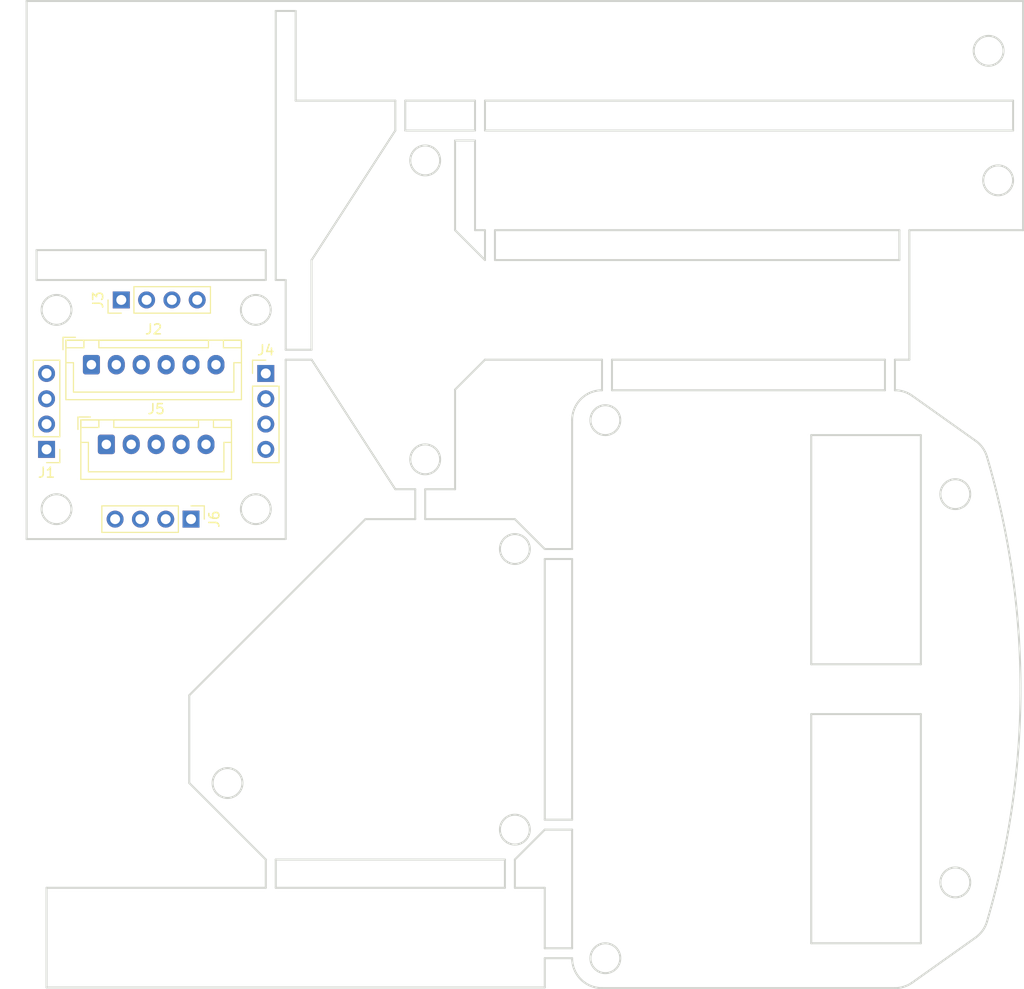
<source format=kicad_pcb>
(kicad_pcb (version 20171130) (host pcbnew "(5.1.10)-1")

  (general
    (thickness 1.6)
    (drawings 118)
    (tracks 0)
    (zones 0)
    (modules 6)
    (nets 11)
  )

  (page A4)
  (layers
    (0 F.Cu signal)
    (31 B.Cu signal)
    (32 B.Adhes user)
    (33 F.Adhes user)
    (34 B.Paste user)
    (35 F.Paste user)
    (36 B.SilkS user)
    (37 F.SilkS user)
    (38 B.Mask user)
    (39 F.Mask user)
    (40 Dwgs.User user)
    (41 Cmts.User user)
    (42 Eco1.User user)
    (43 Eco2.User user)
    (44 Edge.Cuts user)
    (45 Margin user)
    (46 B.CrtYd user)
    (47 F.CrtYd user)
    (48 B.Fab user)
    (49 F.Fab user)
  )

  (setup
    (last_trace_width 0.25)
    (trace_clearance 0.2)
    (zone_clearance 0.508)
    (zone_45_only no)
    (trace_min 0.2)
    (via_size 0.8)
    (via_drill 0.4)
    (via_min_size 0.4)
    (via_min_drill 0.3)
    (uvia_size 0.3)
    (uvia_drill 0.1)
    (uvias_allowed no)
    (uvia_min_size 0.2)
    (uvia_min_drill 0.1)
    (edge_width 0.05)
    (segment_width 0.2)
    (pcb_text_width 0.3)
    (pcb_text_size 1.5 1.5)
    (mod_edge_width 0.12)
    (mod_text_size 1 1)
    (mod_text_width 0.15)
    (pad_size 1.524 1.524)
    (pad_drill 0.762)
    (pad_to_mask_clearance 0)
    (aux_axis_origin 0 0)
    (grid_origin 50 74)
    (visible_elements FFFFFF7F)
    (pcbplotparams
      (layerselection 0x010fc_ffffffff)
      (usegerberextensions false)
      (usegerberattributes true)
      (usegerberadvancedattributes true)
      (creategerberjobfile true)
      (excludeedgelayer true)
      (linewidth 0.100000)
      (plotframeref false)
      (viasonmask false)
      (mode 1)
      (useauxorigin false)
      (hpglpennumber 1)
      (hpglpenspeed 20)
      (hpglpendiameter 15.000000)
      (psnegative false)
      (psa4output false)
      (plotreference true)
      (plotvalue true)
      (plotinvisibletext false)
      (padsonsilk false)
      (subtractmaskfromsilk false)
      (outputformat 1)
      (mirror false)
      (drillshape 1)
      (scaleselection 1)
      (outputdirectory ""))
  )

  (net 0 "")
  (net 1 "Net-(J1-Pad4)")
  (net 2 "Net-(J1-Pad3)")
  (net 3 "Net-(J1-Pad2)")
  (net 4 "Net-(J1-Pad1)")
  (net 5 "Net-(J2-Pad6)")
  (net 6 "Net-(J2-Pad5)")
  (net 7 "Net-(J2-Pad4)")
  (net 8 "Net-(J3-Pad1)")
  (net 9 "Net-(J4-Pad1)")
  (net 10 "Net-(J5-Pad4)")

  (net_class Default "This is the default net class."
    (clearance 0.2)
    (trace_width 0.25)
    (via_dia 0.8)
    (via_drill 0.4)
    (uvia_dia 0.3)
    (uvia_drill 0.1)
    (add_net "Net-(J1-Pad1)")
    (add_net "Net-(J1-Pad2)")
    (add_net "Net-(J1-Pad3)")
    (add_net "Net-(J1-Pad4)")
    (add_net "Net-(J2-Pad4)")
    (add_net "Net-(J2-Pad5)")
    (add_net "Net-(J2-Pad6)")
    (add_net "Net-(J3-Pad1)")
    (add_net "Net-(J4-Pad1)")
    (add_net "Net-(J5-Pad4)")
  )

  (module Connector_PinHeader_2.54mm:PinHeader_1x04_P2.54mm_Vertical (layer F.Cu) (tedit 59FED5CC) (tstamp 618F4DC5)
    (at 40.5 72 270)
    (descr "Through hole straight pin header, 1x04, 2.54mm pitch, single row")
    (tags "Through hole pin header THT 1x04 2.54mm single row")
    (path /618EE64F)
    (fp_text reference J6 (at 0 -2.33 90) (layer F.SilkS)
      (effects (font (size 1 1) (thickness 0.15)))
    )
    (fp_text value Conn_01x04 (at 0 9.95 90) (layer F.Fab)
      (effects (font (size 1 1) (thickness 0.15)))
    )
    (fp_text user %R (at 0 3.81) (layer F.Fab)
      (effects (font (size 1 1) (thickness 0.15)))
    )
    (fp_line (start -0.635 -1.27) (end 1.27 -1.27) (layer F.Fab) (width 0.1))
    (fp_line (start 1.27 -1.27) (end 1.27 8.89) (layer F.Fab) (width 0.1))
    (fp_line (start 1.27 8.89) (end -1.27 8.89) (layer F.Fab) (width 0.1))
    (fp_line (start -1.27 8.89) (end -1.27 -0.635) (layer F.Fab) (width 0.1))
    (fp_line (start -1.27 -0.635) (end -0.635 -1.27) (layer F.Fab) (width 0.1))
    (fp_line (start -1.33 8.95) (end 1.33 8.95) (layer F.SilkS) (width 0.12))
    (fp_line (start -1.33 1.27) (end -1.33 8.95) (layer F.SilkS) (width 0.12))
    (fp_line (start 1.33 1.27) (end 1.33 8.95) (layer F.SilkS) (width 0.12))
    (fp_line (start -1.33 1.27) (end 1.33 1.27) (layer F.SilkS) (width 0.12))
    (fp_line (start -1.33 0) (end -1.33 -1.33) (layer F.SilkS) (width 0.12))
    (fp_line (start -1.33 -1.33) (end 0 -1.33) (layer F.SilkS) (width 0.12))
    (fp_line (start -1.8 -1.8) (end -1.8 9.4) (layer F.CrtYd) (width 0.05))
    (fp_line (start -1.8 9.4) (end 1.8 9.4) (layer F.CrtYd) (width 0.05))
    (fp_line (start 1.8 9.4) (end 1.8 -1.8) (layer F.CrtYd) (width 0.05))
    (fp_line (start 1.8 -1.8) (end -1.8 -1.8) (layer F.CrtYd) (width 0.05))
    (pad 4 thru_hole oval (at 0 7.62 270) (size 1.7 1.7) (drill 1) (layers *.Cu *.Mask)
      (net 5 "Net-(J2-Pad6)"))
    (pad 3 thru_hole oval (at 0 5.08 270) (size 1.7 1.7) (drill 1) (layers *.Cu *.Mask)
      (net 2 "Net-(J1-Pad3)"))
    (pad 2 thru_hole oval (at 0 2.54 270) (size 1.7 1.7) (drill 1) (layers *.Cu *.Mask)
      (net 3 "Net-(J1-Pad2)"))
    (pad 1 thru_hole rect (at 0 0 270) (size 1.7 1.7) (drill 1) (layers *.Cu *.Mask)
      (net 10 "Net-(J5-Pad4)"))
    (model ${KISYS3DMOD}/Connector_PinHeader_2.54mm.3dshapes/PinHeader_1x04_P2.54mm_Vertical.wrl
      (at (xyz 0 0 0))
      (scale (xyz 1 1 1))
      (rotate (xyz 0 0 0))
    )
  )

  (module Connector_JST:JST_XH_B5B-XH-A_1x05_P2.50mm_Vertical (layer F.Cu) (tedit 5C28146C) (tstamp 618F4DAD)
    (at 32 64.5)
    (descr "JST XH series connector, B5B-XH-A (http://www.jst-mfg.com/product/pdf/eng/eXH.pdf), generated with kicad-footprint-generator")
    (tags "connector JST XH vertical")
    (path /618EFD85)
    (fp_text reference J5 (at 5 -3.55) (layer F.SilkS)
      (effects (font (size 1 1) (thickness 0.15)))
    )
    (fp_text value Conn_01x05 (at 5 4.6) (layer F.Fab)
      (effects (font (size 1 1) (thickness 0.15)))
    )
    (fp_text user %R (at 5 2.7) (layer F.Fab)
      (effects (font (size 1 1) (thickness 0.15)))
    )
    (fp_line (start -2.45 -2.35) (end -2.45 3.4) (layer F.Fab) (width 0.1))
    (fp_line (start -2.45 3.4) (end 12.45 3.4) (layer F.Fab) (width 0.1))
    (fp_line (start 12.45 3.4) (end 12.45 -2.35) (layer F.Fab) (width 0.1))
    (fp_line (start 12.45 -2.35) (end -2.45 -2.35) (layer F.Fab) (width 0.1))
    (fp_line (start -2.56 -2.46) (end -2.56 3.51) (layer F.SilkS) (width 0.12))
    (fp_line (start -2.56 3.51) (end 12.56 3.51) (layer F.SilkS) (width 0.12))
    (fp_line (start 12.56 3.51) (end 12.56 -2.46) (layer F.SilkS) (width 0.12))
    (fp_line (start 12.56 -2.46) (end -2.56 -2.46) (layer F.SilkS) (width 0.12))
    (fp_line (start -2.95 -2.85) (end -2.95 3.9) (layer F.CrtYd) (width 0.05))
    (fp_line (start -2.95 3.9) (end 12.95 3.9) (layer F.CrtYd) (width 0.05))
    (fp_line (start 12.95 3.9) (end 12.95 -2.85) (layer F.CrtYd) (width 0.05))
    (fp_line (start 12.95 -2.85) (end -2.95 -2.85) (layer F.CrtYd) (width 0.05))
    (fp_line (start -0.625 -2.35) (end 0 -1.35) (layer F.Fab) (width 0.1))
    (fp_line (start 0 -1.35) (end 0.625 -2.35) (layer F.Fab) (width 0.1))
    (fp_line (start 0.75 -2.45) (end 0.75 -1.7) (layer F.SilkS) (width 0.12))
    (fp_line (start 0.75 -1.7) (end 9.25 -1.7) (layer F.SilkS) (width 0.12))
    (fp_line (start 9.25 -1.7) (end 9.25 -2.45) (layer F.SilkS) (width 0.12))
    (fp_line (start 9.25 -2.45) (end 0.75 -2.45) (layer F.SilkS) (width 0.12))
    (fp_line (start -2.55 -2.45) (end -2.55 -1.7) (layer F.SilkS) (width 0.12))
    (fp_line (start -2.55 -1.7) (end -0.75 -1.7) (layer F.SilkS) (width 0.12))
    (fp_line (start -0.75 -1.7) (end -0.75 -2.45) (layer F.SilkS) (width 0.12))
    (fp_line (start -0.75 -2.45) (end -2.55 -2.45) (layer F.SilkS) (width 0.12))
    (fp_line (start 10.75 -2.45) (end 10.75 -1.7) (layer F.SilkS) (width 0.12))
    (fp_line (start 10.75 -1.7) (end 12.55 -1.7) (layer F.SilkS) (width 0.12))
    (fp_line (start 12.55 -1.7) (end 12.55 -2.45) (layer F.SilkS) (width 0.12))
    (fp_line (start 12.55 -2.45) (end 10.75 -2.45) (layer F.SilkS) (width 0.12))
    (fp_line (start -2.55 -0.2) (end -1.8 -0.2) (layer F.SilkS) (width 0.12))
    (fp_line (start -1.8 -0.2) (end -1.8 2.75) (layer F.SilkS) (width 0.12))
    (fp_line (start -1.8 2.75) (end 5 2.75) (layer F.SilkS) (width 0.12))
    (fp_line (start 12.55 -0.2) (end 11.8 -0.2) (layer F.SilkS) (width 0.12))
    (fp_line (start 11.8 -0.2) (end 11.8 2.75) (layer F.SilkS) (width 0.12))
    (fp_line (start 11.8 2.75) (end 5 2.75) (layer F.SilkS) (width 0.12))
    (fp_line (start -1.6 -2.75) (end -2.85 -2.75) (layer F.SilkS) (width 0.12))
    (fp_line (start -2.85 -2.75) (end -2.85 -1.5) (layer F.SilkS) (width 0.12))
    (pad 5 thru_hole oval (at 10 0) (size 1.7 1.95) (drill 0.95) (layers *.Cu *.Mask)
      (net 2 "Net-(J1-Pad3)"))
    (pad 4 thru_hole oval (at 7.5 0) (size 1.7 1.95) (drill 0.95) (layers *.Cu *.Mask)
      (net 10 "Net-(J5-Pad4)"))
    (pad 3 thru_hole oval (at 5 0) (size 1.7 1.95) (drill 0.95) (layers *.Cu *.Mask)
      (net 9 "Net-(J4-Pad1)"))
    (pad 2 thru_hole oval (at 2.5 0) (size 1.7 1.95) (drill 0.95) (layers *.Cu *.Mask)
      (net 8 "Net-(J3-Pad1)"))
    (pad 1 thru_hole roundrect (at 0 0) (size 1.7 1.95) (drill 0.95) (layers *.Cu *.Mask) (roundrect_rratio 0.147059)
      (net 4 "Net-(J1-Pad1)"))
    (model ${KISYS3DMOD}/Connector_JST.3dshapes/JST_XH_B5B-XH-A_1x05_P2.50mm_Vertical.wrl
      (at (xyz 0 0 0))
      (scale (xyz 1 1 1))
      (rotate (xyz 0 0 0))
    )
  )

  (module Connector_PinHeader_2.54mm:PinHeader_1x04_P2.54mm_Vertical (layer F.Cu) (tedit 59FED5CC) (tstamp 618F4D81)
    (at 48 57.38)
    (descr "Through hole straight pin header, 1x04, 2.54mm pitch, single row")
    (tags "Through hole pin header THT 1x04 2.54mm single row")
    (path /618EE078)
    (fp_text reference J4 (at 0 -2.33) (layer F.SilkS)
      (effects (font (size 1 1) (thickness 0.15)))
    )
    (fp_text value Conn_01x04 (at 0 9.95) (layer F.Fab)
      (effects (font (size 1 1) (thickness 0.15)))
    )
    (fp_text user %R (at 0 3.81 90) (layer F.Fab)
      (effects (font (size 1 1) (thickness 0.15)))
    )
    (fp_line (start -0.635 -1.27) (end 1.27 -1.27) (layer F.Fab) (width 0.1))
    (fp_line (start 1.27 -1.27) (end 1.27 8.89) (layer F.Fab) (width 0.1))
    (fp_line (start 1.27 8.89) (end -1.27 8.89) (layer F.Fab) (width 0.1))
    (fp_line (start -1.27 8.89) (end -1.27 -0.635) (layer F.Fab) (width 0.1))
    (fp_line (start -1.27 -0.635) (end -0.635 -1.27) (layer F.Fab) (width 0.1))
    (fp_line (start -1.33 8.95) (end 1.33 8.95) (layer F.SilkS) (width 0.12))
    (fp_line (start -1.33 1.27) (end -1.33 8.95) (layer F.SilkS) (width 0.12))
    (fp_line (start 1.33 1.27) (end 1.33 8.95) (layer F.SilkS) (width 0.12))
    (fp_line (start -1.33 1.27) (end 1.33 1.27) (layer F.SilkS) (width 0.12))
    (fp_line (start -1.33 0) (end -1.33 -1.33) (layer F.SilkS) (width 0.12))
    (fp_line (start -1.33 -1.33) (end 0 -1.33) (layer F.SilkS) (width 0.12))
    (fp_line (start -1.8 -1.8) (end -1.8 9.4) (layer F.CrtYd) (width 0.05))
    (fp_line (start -1.8 9.4) (end 1.8 9.4) (layer F.CrtYd) (width 0.05))
    (fp_line (start 1.8 9.4) (end 1.8 -1.8) (layer F.CrtYd) (width 0.05))
    (fp_line (start 1.8 -1.8) (end -1.8 -1.8) (layer F.CrtYd) (width 0.05))
    (pad 4 thru_hole oval (at 0 7.62) (size 1.7 1.7) (drill 1) (layers *.Cu *.Mask)
      (net 6 "Net-(J2-Pad5)"))
    (pad 3 thru_hole oval (at 0 5.08) (size 1.7 1.7) (drill 1) (layers *.Cu *.Mask)
      (net 2 "Net-(J1-Pad3)"))
    (pad 2 thru_hole oval (at 0 2.54) (size 1.7 1.7) (drill 1) (layers *.Cu *.Mask)
      (net 3 "Net-(J1-Pad2)"))
    (pad 1 thru_hole rect (at 0 0) (size 1.7 1.7) (drill 1) (layers *.Cu *.Mask)
      (net 9 "Net-(J4-Pad1)"))
    (model ${KISYS3DMOD}/Connector_PinHeader_2.54mm.3dshapes/PinHeader_1x04_P2.54mm_Vertical.wrl
      (at (xyz 0 0 0))
      (scale (xyz 1 1 1))
      (rotate (xyz 0 0 0))
    )
  )

  (module Connector_PinHeader_2.54mm:PinHeader_1x04_P2.54mm_Vertical (layer F.Cu) (tedit 59FED5CC) (tstamp 618F4D69)
    (at 33.5 50 90)
    (descr "Through hole straight pin header, 1x04, 2.54mm pitch, single row")
    (tags "Through hole pin header THT 1x04 2.54mm single row")
    (path /618EDC16)
    (fp_text reference J3 (at 0 -2.33 90) (layer F.SilkS)
      (effects (font (size 1 1) (thickness 0.15)))
    )
    (fp_text value Conn_01x04 (at 0 9.95 90) (layer F.Fab)
      (effects (font (size 1 1) (thickness 0.15)))
    )
    (fp_text user %R (at 0 3.81) (layer F.Fab)
      (effects (font (size 1 1) (thickness 0.15)))
    )
    (fp_line (start -0.635 -1.27) (end 1.27 -1.27) (layer F.Fab) (width 0.1))
    (fp_line (start 1.27 -1.27) (end 1.27 8.89) (layer F.Fab) (width 0.1))
    (fp_line (start 1.27 8.89) (end -1.27 8.89) (layer F.Fab) (width 0.1))
    (fp_line (start -1.27 8.89) (end -1.27 -0.635) (layer F.Fab) (width 0.1))
    (fp_line (start -1.27 -0.635) (end -0.635 -1.27) (layer F.Fab) (width 0.1))
    (fp_line (start -1.33 8.95) (end 1.33 8.95) (layer F.SilkS) (width 0.12))
    (fp_line (start -1.33 1.27) (end -1.33 8.95) (layer F.SilkS) (width 0.12))
    (fp_line (start 1.33 1.27) (end 1.33 8.95) (layer F.SilkS) (width 0.12))
    (fp_line (start -1.33 1.27) (end 1.33 1.27) (layer F.SilkS) (width 0.12))
    (fp_line (start -1.33 0) (end -1.33 -1.33) (layer F.SilkS) (width 0.12))
    (fp_line (start -1.33 -1.33) (end 0 -1.33) (layer F.SilkS) (width 0.12))
    (fp_line (start -1.8 -1.8) (end -1.8 9.4) (layer F.CrtYd) (width 0.05))
    (fp_line (start -1.8 9.4) (end 1.8 9.4) (layer F.CrtYd) (width 0.05))
    (fp_line (start 1.8 9.4) (end 1.8 -1.8) (layer F.CrtYd) (width 0.05))
    (fp_line (start 1.8 -1.8) (end -1.8 -1.8) (layer F.CrtYd) (width 0.05))
    (pad 4 thru_hole oval (at 0 7.62 90) (size 1.7 1.7) (drill 1) (layers *.Cu *.Mask)
      (net 7 "Net-(J2-Pad4)"))
    (pad 3 thru_hole oval (at 0 5.08 90) (size 1.7 1.7) (drill 1) (layers *.Cu *.Mask)
      (net 2 "Net-(J1-Pad3)"))
    (pad 2 thru_hole oval (at 0 2.54 90) (size 1.7 1.7) (drill 1) (layers *.Cu *.Mask)
      (net 3 "Net-(J1-Pad2)"))
    (pad 1 thru_hole rect (at 0 0 90) (size 1.7 1.7) (drill 1) (layers *.Cu *.Mask)
      (net 8 "Net-(J3-Pad1)"))
    (model ${KISYS3DMOD}/Connector_PinHeader_2.54mm.3dshapes/PinHeader_1x04_P2.54mm_Vertical.wrl
      (at (xyz 0 0 0))
      (scale (xyz 1 1 1))
      (rotate (xyz 0 0 0))
    )
  )

  (module Connector_JST:JST_XH_B6B-XH-A_1x06_P2.50mm_Vertical (layer F.Cu) (tedit 5C28146C) (tstamp 618F4D51)
    (at 30.5 56.5)
    (descr "JST XH series connector, B6B-XH-A (http://www.jst-mfg.com/product/pdf/eng/eXH.pdf), generated with kicad-footprint-generator")
    (tags "connector JST XH vertical")
    (path /618EE73B)
    (fp_text reference J2 (at 6.25 -3.55) (layer F.SilkS)
      (effects (font (size 1 1) (thickness 0.15)))
    )
    (fp_text value Conn_01x06 (at 6.25 4.6) (layer F.Fab)
      (effects (font (size 1 1) (thickness 0.15)))
    )
    (fp_text user %R (at 6.25 2.7) (layer F.Fab)
      (effects (font (size 1 1) (thickness 0.15)))
    )
    (fp_line (start -2.45 -2.35) (end -2.45 3.4) (layer F.Fab) (width 0.1))
    (fp_line (start -2.45 3.4) (end 14.95 3.4) (layer F.Fab) (width 0.1))
    (fp_line (start 14.95 3.4) (end 14.95 -2.35) (layer F.Fab) (width 0.1))
    (fp_line (start 14.95 -2.35) (end -2.45 -2.35) (layer F.Fab) (width 0.1))
    (fp_line (start -2.56 -2.46) (end -2.56 3.51) (layer F.SilkS) (width 0.12))
    (fp_line (start -2.56 3.51) (end 15.06 3.51) (layer F.SilkS) (width 0.12))
    (fp_line (start 15.06 3.51) (end 15.06 -2.46) (layer F.SilkS) (width 0.12))
    (fp_line (start 15.06 -2.46) (end -2.56 -2.46) (layer F.SilkS) (width 0.12))
    (fp_line (start -2.95 -2.85) (end -2.95 3.9) (layer F.CrtYd) (width 0.05))
    (fp_line (start -2.95 3.9) (end 15.45 3.9) (layer F.CrtYd) (width 0.05))
    (fp_line (start 15.45 3.9) (end 15.45 -2.85) (layer F.CrtYd) (width 0.05))
    (fp_line (start 15.45 -2.85) (end -2.95 -2.85) (layer F.CrtYd) (width 0.05))
    (fp_line (start -0.625 -2.35) (end 0 -1.35) (layer F.Fab) (width 0.1))
    (fp_line (start 0 -1.35) (end 0.625 -2.35) (layer F.Fab) (width 0.1))
    (fp_line (start 0.75 -2.45) (end 0.75 -1.7) (layer F.SilkS) (width 0.12))
    (fp_line (start 0.75 -1.7) (end 11.75 -1.7) (layer F.SilkS) (width 0.12))
    (fp_line (start 11.75 -1.7) (end 11.75 -2.45) (layer F.SilkS) (width 0.12))
    (fp_line (start 11.75 -2.45) (end 0.75 -2.45) (layer F.SilkS) (width 0.12))
    (fp_line (start -2.55 -2.45) (end -2.55 -1.7) (layer F.SilkS) (width 0.12))
    (fp_line (start -2.55 -1.7) (end -0.75 -1.7) (layer F.SilkS) (width 0.12))
    (fp_line (start -0.75 -1.7) (end -0.75 -2.45) (layer F.SilkS) (width 0.12))
    (fp_line (start -0.75 -2.45) (end -2.55 -2.45) (layer F.SilkS) (width 0.12))
    (fp_line (start 13.25 -2.45) (end 13.25 -1.7) (layer F.SilkS) (width 0.12))
    (fp_line (start 13.25 -1.7) (end 15.05 -1.7) (layer F.SilkS) (width 0.12))
    (fp_line (start 15.05 -1.7) (end 15.05 -2.45) (layer F.SilkS) (width 0.12))
    (fp_line (start 15.05 -2.45) (end 13.25 -2.45) (layer F.SilkS) (width 0.12))
    (fp_line (start -2.55 -0.2) (end -1.8 -0.2) (layer F.SilkS) (width 0.12))
    (fp_line (start -1.8 -0.2) (end -1.8 2.75) (layer F.SilkS) (width 0.12))
    (fp_line (start -1.8 2.75) (end 6.25 2.75) (layer F.SilkS) (width 0.12))
    (fp_line (start 15.05 -0.2) (end 14.3 -0.2) (layer F.SilkS) (width 0.12))
    (fp_line (start 14.3 -0.2) (end 14.3 2.75) (layer F.SilkS) (width 0.12))
    (fp_line (start 14.3 2.75) (end 6.25 2.75) (layer F.SilkS) (width 0.12))
    (fp_line (start -1.6 -2.75) (end -2.85 -2.75) (layer F.SilkS) (width 0.12))
    (fp_line (start -2.85 -2.75) (end -2.85 -1.5) (layer F.SilkS) (width 0.12))
    (pad 6 thru_hole oval (at 12.5 0) (size 1.7 1.95) (drill 0.95) (layers *.Cu *.Mask)
      (net 5 "Net-(J2-Pad6)"))
    (pad 5 thru_hole oval (at 10 0) (size 1.7 1.95) (drill 0.95) (layers *.Cu *.Mask)
      (net 6 "Net-(J2-Pad5)"))
    (pad 4 thru_hole oval (at 7.5 0) (size 1.7 1.95) (drill 0.95) (layers *.Cu *.Mask)
      (net 7 "Net-(J2-Pad4)"))
    (pad 3 thru_hole oval (at 5 0) (size 1.7 1.95) (drill 0.95) (layers *.Cu *.Mask)
      (net 1 "Net-(J1-Pad4)"))
    (pad 2 thru_hole oval (at 2.5 0) (size 1.7 1.95) (drill 0.95) (layers *.Cu *.Mask)
      (net 3 "Net-(J1-Pad2)"))
    (pad 1 thru_hole roundrect (at 0 0) (size 1.7 1.95) (drill 0.95) (layers *.Cu *.Mask) (roundrect_rratio 0.147059)
      (net 2 "Net-(J1-Pad3)"))
    (model ${KISYS3DMOD}/Connector_JST.3dshapes/JST_XH_B6B-XH-A_1x06_P2.50mm_Vertical.wrl
      (at (xyz 0 0 0))
      (scale (xyz 1 1 1))
      (rotate (xyz 0 0 0))
    )
  )

  (module Connector_PinHeader_2.54mm:PinHeader_1x04_P2.54mm_Vertical (layer F.Cu) (tedit 59FED5CC) (tstamp 618F4D24)
    (at 26 65 180)
    (descr "Through hole straight pin header, 1x04, 2.54mm pitch, single row")
    (tags "Through hole pin header THT 1x04 2.54mm single row")
    (path /618EC851)
    (fp_text reference J1 (at 0 -2.33) (layer F.SilkS)
      (effects (font (size 1 1) (thickness 0.15)))
    )
    (fp_text value Conn_01x04 (at 0 9.95) (layer F.Fab)
      (effects (font (size 1 1) (thickness 0.15)))
    )
    (fp_text user %R (at 0 3.81 90) (layer F.Fab)
      (effects (font (size 1 1) (thickness 0.15)))
    )
    (fp_line (start -0.635 -1.27) (end 1.27 -1.27) (layer F.Fab) (width 0.1))
    (fp_line (start 1.27 -1.27) (end 1.27 8.89) (layer F.Fab) (width 0.1))
    (fp_line (start 1.27 8.89) (end -1.27 8.89) (layer F.Fab) (width 0.1))
    (fp_line (start -1.27 8.89) (end -1.27 -0.635) (layer F.Fab) (width 0.1))
    (fp_line (start -1.27 -0.635) (end -0.635 -1.27) (layer F.Fab) (width 0.1))
    (fp_line (start -1.33 8.95) (end 1.33 8.95) (layer F.SilkS) (width 0.12))
    (fp_line (start -1.33 1.27) (end -1.33 8.95) (layer F.SilkS) (width 0.12))
    (fp_line (start 1.33 1.27) (end 1.33 8.95) (layer F.SilkS) (width 0.12))
    (fp_line (start -1.33 1.27) (end 1.33 1.27) (layer F.SilkS) (width 0.12))
    (fp_line (start -1.33 0) (end -1.33 -1.33) (layer F.SilkS) (width 0.12))
    (fp_line (start -1.33 -1.33) (end 0 -1.33) (layer F.SilkS) (width 0.12))
    (fp_line (start -1.8 -1.8) (end -1.8 9.4) (layer F.CrtYd) (width 0.05))
    (fp_line (start -1.8 9.4) (end 1.8 9.4) (layer F.CrtYd) (width 0.05))
    (fp_line (start 1.8 9.4) (end 1.8 -1.8) (layer F.CrtYd) (width 0.05))
    (fp_line (start 1.8 -1.8) (end -1.8 -1.8) (layer F.CrtYd) (width 0.05))
    (pad 4 thru_hole oval (at 0 7.62 180) (size 1.7 1.7) (drill 1) (layers *.Cu *.Mask)
      (net 1 "Net-(J1-Pad4)"))
    (pad 3 thru_hole oval (at 0 5.08 180) (size 1.7 1.7) (drill 1) (layers *.Cu *.Mask)
      (net 2 "Net-(J1-Pad3)"))
    (pad 2 thru_hole oval (at 0 2.54 180) (size 1.7 1.7) (drill 1) (layers *.Cu *.Mask)
      (net 3 "Net-(J1-Pad2)"))
    (pad 1 thru_hole rect (at 0 0 180) (size 1.7 1.7) (drill 1) (layers *.Cu *.Mask)
      (net 4 "Net-(J1-Pad1)"))
    (model ${KISYS3DMOD}/Connector_PinHeader_2.54mm.3dshapes/PinHeader_1x04_P2.54mm_Vertical.wrl
      (at (xyz 0 0 0))
      (scale (xyz 1 1 1))
      (rotate (xyz 0 0 0))
    )
  )

  (gr_circle (center 64.000001 66) (end 65.500001 66) (layer Edge.Cuts) (width 0.2))
  (gr_circle (center 121.5 38) (end 123 38) (layer Edge.Cuts) (width 0.2))
  (gr_circle (center 117.200742 69.490825) (end 118.700742 69.490825) (layer Edge.Cuts) (width 0.2))
  (gr_circle (center 82.080978 62.066486) (end 83.580978 62.066486) (layer Edge.Cuts) (width 0.2))
  (gr_circle (center 117.200742 108.459312) (end 118.700742 108.459312) (layer Edge.Cuts) (width 0.2))
  (gr_circle (center 73.000001 103.162744) (end 74.500001 103.162744) (layer Edge.Cuts) (width 0.2))
  (gr_circle (center 27 70.999999) (end 28.5 70.999999) (layer Edge.Cuts) (width 0.2))
  (gr_circle (center 73.000001 75) (end 74.500001 75) (layer Edge.Cuts) (width 0.2))
  (gr_circle (center 82.080978 116.066486) (end 83.580978 116.066486) (layer Edge.Cuts) (width 0.2))
  (gr_circle (center 44.161166 98.485074) (end 45.661166 98.485074) (layer Edge.Cuts) (width 0.2))
  (gr_circle (center 27.000001 50.999999) (end 28.500001 50.999999) (layer Edge.Cuts) (width 0.2))
  (gr_circle (center 64.000001 35.999999) (end 65.500001 35.999999) (layer Edge.Cuts) (width 0.2))
  (gr_line (start 48 48) (end 48 45) (layer Edge.Cuts) (width 0.2))
  (gr_line (start 102.742683 63.566486) (end 102.742683 86.566486) (layer Edge.Cuts) (width 0.2))
  (gr_line (start 67.000001 69) (end 64.000001 69) (layer Edge.Cuts) (width 0.2))
  (gr_line (start 70.000001 45.999999) (end 70.000001 43) (layer Edge.Cuts) (width 0.2))
  (gr_line (start 81.745659 55.999999) (end 70.000001 55.999999) (layer Edge.Cuts) (width 0.2))
  (gr_line (start 52.600001 45.999999) (end 61.000001 33) (layer Edge.Cuts) (width 0.2))
  (gr_line (start 113.742683 63.566486) (end 102.742683 63.566486) (layer Edge.Cuts) (width 0.2))
  (gr_line (start 123 30) (end 70 30) (layer Edge.Cuts) (width 0.2))
  (gr_line (start 78.745659 102.162744) (end 78.745659 76) (layer Edge.Cuts) (width 0.2))
  (gr_line (start 78.745659 76) (end 76.000001 76) (layer Edge.Cuts) (width 0.2))
  (gr_line (start 78.745659 115.066486) (end 78.745659 103.162744) (layer Edge.Cuts) (width 0.2))
  (gr_line (start 102.742683 114.566486) (end 113.742683 114.566486) (layer Edge.Cuts) (width 0.2))
  (gr_line (start 61.000001 33) (end 61.000001 30) (layer Edge.Cuts) (width 0.2))
  (gr_line (start 62.000001 33) (end 69 33) (layer Edge.Cuts) (width 0.2))
  (gr_line (start 70 33) (end 123 33) (layer Edge.Cuts) (width 0.2))
  (gr_line (start 69 30) (end 62.000001 30) (layer Edge.Cuts) (width 0.2))
  (gr_line (start 25 48) (end 48 48) (layer Edge.Cuts) (width 0.2))
  (gr_line (start 64.000001 69) (end 64.000001 72) (layer Edge.Cuts) (width 0.2))
  (gr_line (start 76.000001 76) (end 76.000001 102.162744) (layer Edge.Cuts) (width 0.2))
  (gr_line (start 49.000001 106.162744) (end 49.000001 109) (layer Edge.Cuts) (width 0.2))
  (gr_line (start 70 30) (end 70 33) (layer Edge.Cuts) (width 0.2))
  (gr_line (start 123 33) (end 123 30) (layer Edge.Cuts) (width 0.2))
  (gr_line (start 67.000001 42.999999) (end 70.000001 45.999999) (layer Edge.Cuts) (width 0.2))
  (gr_line (start 76.000001 75) (end 78.745659 75) (layer Edge.Cuts) (width 0.2))
  (gr_arc (start 81.745659 62.066486) (end 81.745659 59.066486) (angle -90) (layer Edge.Cuts) (width 0.2))
  (gr_line (start 67.000001 34) (end 67.000001 42.999999) (layer Edge.Cuts) (width 0.2))
  (gr_line (start 76 115.066486) (end 78.745659 115.066486) (layer Edge.Cuts) (width 0.2))
  (gr_line (start 76 109) (end 76 115.066486) (layer Edge.Cuts) (width 0.2))
  (gr_line (start 73.000001 106.162744) (end 73.000001 109) (layer Edge.Cuts) (width 0.2))
  (gr_line (start 113.742683 91.566486) (end 102.742683 91.566486) (layer Edge.Cuts) (width 0.2))
  (gr_line (start 52.589696 45.999999) (end 52.600001 45.999999) (layer Edge.Cuts) (width 0.2))
  (gr_line (start 50 54.999999) (end 52.589696 54.999999) (layer Edge.Cuts) (width 0.2))
  (gr_line (start 62.000001 30) (end 62.000001 33) (layer Edge.Cuts) (width 0.2))
  (gr_line (start 51.000001 30) (end 51.000001 21) (layer Edge.Cuts) (width 0.2))
  (gr_line (start 51.000001 21) (end 49 21) (layer Edge.Cuts) (width 0.2))
  (gr_line (start 61.000001 30) (end 51.000001 30) (layer Edge.Cuts) (width 0.2))
  (gr_line (start 70.000001 43) (end 69 43) (layer Edge.Cuts) (width 0.2))
  (gr_line (start 64.000001 72) (end 73.000001 72) (layer Edge.Cuts) (width 0.2))
  (gr_line (start 49 21) (end 49 48) (layer Edge.Cuts) (width 0.2))
  (gr_line (start 70.000001 55.999999) (end 67.000001 58.999999) (layer Edge.Cuts) (width 0.2))
  (gr_line (start 25 45) (end 25 48) (layer Edge.Cuts) (width 0.2))
  (gr_line (start 49 48) (end 50 48) (layer Edge.Cuts) (width 0.2))
  (gr_line (start 72.000001 109) (end 72.000001 106.162744) (layer Edge.Cuts) (width 0.2))
  (gr_line (start 78.745659 75) (end 78.745659 62.066486) (layer Edge.Cuts) (width 0.2))
  (gr_line (start 81.745659 59.066486) (end 81.745659 55.999999) (layer Edge.Cuts) (width 0.2))
  (gr_line (start 73.000001 72) (end 76.000001 75) (layer Edge.Cuts) (width 0.2))
  (gr_line (start 67.000001 58.999999) (end 67.000001 69) (layer Edge.Cuts) (width 0.2))
  (gr_line (start 102.742683 91.566486) (end 102.742683 114.566486) (layer Edge.Cuts) (width 0.2))
  (gr_line (start 102.742683 86.566486) (end 113.742683 86.566486) (layer Edge.Cuts) (width 0.2))
  (gr_line (start 76.000001 103.162744) (end 73.000001 106.162744) (layer Edge.Cuts) (width 0.2))
  (gr_line (start 113.742683 86.566486) (end 113.742683 63.566486) (layer Edge.Cuts) (width 0.2))
  (gr_line (start 76.000001 102.162744) (end 78.745659 102.162744) (layer Edge.Cuts) (width 0.2))
  (gr_line (start 52.589696 54.999999) (end 52.589696 45.999999) (layer Edge.Cuts) (width 0.2))
  (gr_line (start 50 48) (end 50 54.999999) (layer Edge.Cuts) (width 0.2))
  (gr_line (start 69 33) (end 69 30) (layer Edge.Cuts) (width 0.2))
  (gr_line (start 73.000001 109) (end 76 109) (layer Edge.Cuts) (width 0.2))
  (gr_line (start 78.745659 103.162744) (end 76.000001 103.162744) (layer Edge.Cuts) (width 0.2))
  (gr_line (start 49.000001 109) (end 72.000001 109) (layer Edge.Cuts) (width 0.2))
  (gr_circle (center 47 71) (end 48.5 71) (layer Edge.Cuts) (width 0.2))
  (gr_line (start 72.000001 106.162744) (end 49.000001 106.162744) (layer Edge.Cuts) (width 0.2))
  (gr_circle (center 47 51) (end 48.5 51) (layer Edge.Cuts) (width 0.2))
  (gr_line (start 48 45) (end 25 45) (layer Edge.Cuts) (width 0.2))
  (gr_line (start 113.742683 114.566486) (end 113.742683 91.566486) (layer Edge.Cuts) (width 0.2))
  (gr_circle (center 120.543065 25) (end 122.043065 25) (layer Edge.Cuts) (width 0.2))
  (gr_line (start 124 20) (end 124 43) (layer Edge.Cuts) (width 0.2))
  (gr_line (start 52.600001 55.999999) (end 50 55.999999) (layer Edge.Cuts) (width 0.2))
  (gr_line (start 63.000001 69) (end 61.000001 69) (layer Edge.Cuts) (width 0.2))
  (gr_line (start 76 119) (end 26 119) (layer Edge.Cuts) (width 0.2))
  (gr_arc (start 111.140941 116.066486) (end 111.140941 119.066486) (angle -35.38012804) (layer Edge.Cuts) (width 0.2))
  (gr_line (start 112.877936 59.6205) (end 119.236892 64.136256) (layer Edge.Cuts) (width 0.2))
  (gr_arc (start 41.245659 89.066486) (end 120.377415 112.399192) (angle -32.85724767) (layer Edge.Cuts) (width 0.2))
  (gr_line (start 111.140941 55.999999) (end 111.140941 59.066486) (layer Edge.Cuts) (width 0.2))
  (gr_line (start 61.000001 69) (end 52.600001 55.999999) (layer Edge.Cuts) (width 0.2))
  (gr_line (start 63.000001 72) (end 63.000001 69) (layer Edge.Cuts) (width 0.2))
  (gr_line (start 48.000001 109) (end 48.000001 106.162744) (layer Edge.Cuts) (width 0.2))
  (gr_line (start 26 119) (end 26 109) (layer Edge.Cuts) (width 0.2))
  (gr_line (start 76 116.066486) (end 76 119) (layer Edge.Cuts) (width 0.2))
  (gr_line (start 111.140941 119.066486) (end 81.745659 119.066486) (layer Edge.Cuts) (width 0.2))
  (gr_line (start 119.236892 113.996716) (end 112.877936 118.512472) (layer Edge.Cuts) (width 0.2))
  (gr_line (start 69 34) (end 67.000001 34) (layer Edge.Cuts) (width 0.2))
  (gr_line (start 69 43) (end 69 34) (layer Edge.Cuts) (width 0.2))
  (gr_line (start 71.000001 43) (end 71.000001 45.999999) (layer Edge.Cuts) (width 0.2))
  (gr_line (start 50 55.999999) (end 50 74) (layer Edge.Cuts) (width 0.2))
  (gr_arc (start 117.499897 111.55073) (end 119.236892 113.996716) (angle -38.19124813) (layer Edge.Cuts) (width 0.2))
  (gr_line (start 82.745659 55.999999) (end 82.745659 59.066486) (layer Edge.Cuts) (width 0.2))
  (gr_line (start 110.140941 59.066486) (end 110.140941 55.999999) (layer Edge.Cuts) (width 0.2))
  (gr_line (start 71.000001 45.999999) (end 111.589696 45.999999) (layer Edge.Cuts) (width 0.2))
  (gr_line (start 111.589696 43) (end 71.000001 43) (layer Edge.Cuts) (width 0.2))
  (gr_arc (start 81.745659 116.066486) (end 78.745659 116.066486) (angle -90) (layer Edge.Cuts) (width 0.2))
  (gr_line (start 112.589696 43) (end 112.589696 55.999999) (layer Edge.Cuts) (width 0.2))
  (gr_line (start 40.322331 98.485074) (end 40.322331 89.677669) (layer Edge.Cuts) (width 0.2))
  (gr_line (start 111.589696 45.999999) (end 111.589696 43) (layer Edge.Cuts) (width 0.2))
  (gr_line (start 40.322331 89.677669) (end 58.000001 72) (layer Edge.Cuts) (width 0.2))
  (gr_line (start 78.745659 116.066486) (end 76 116.066486) (layer Edge.Cuts) (width 0.2))
  (gr_line (start 82.745659 59.066486) (end 110.140941 59.066486) (layer Edge.Cuts) (width 0.2))
  (gr_line (start 50 74) (end 24 74) (layer Edge.Cuts) (width 0.2))
  (gr_arc (start 117.499897 66.582242) (end 120.377415 65.73378) (angle -38.19124813) (layer Edge.Cuts) (width 0.2))
  (gr_line (start 24 74) (end 24 20) (layer Edge.Cuts) (width 0.2))
  (gr_line (start 48.000001 106.162744) (end 40.322331 98.485074) (layer Edge.Cuts) (width 0.2))
  (gr_line (start 58.000001 72) (end 63.000001 72) (layer Edge.Cuts) (width 0.2))
  (gr_line (start 110.140941 55.999999) (end 82.745659 55.999999) (layer Edge.Cuts) (width 0.2))
  (gr_line (start 26 109) (end 48.000001 109) (layer Edge.Cuts) (width 0.2))
  (gr_line (start 112.589696 55.999999) (end 111.140941 55.999999) (layer Edge.Cuts) (width 0.2))
  (gr_line (start 24 20) (end 124 20) (layer Edge.Cuts) (width 0.2))
  (gr_arc (start 111.140941 62.066486) (end 112.877936 59.6205) (angle -35.38012804) (layer Edge.Cuts) (width 0.2))
  (gr_line (start 124 43) (end 112.589696 43) (layer Edge.Cuts) (width 0.2))

)

</source>
